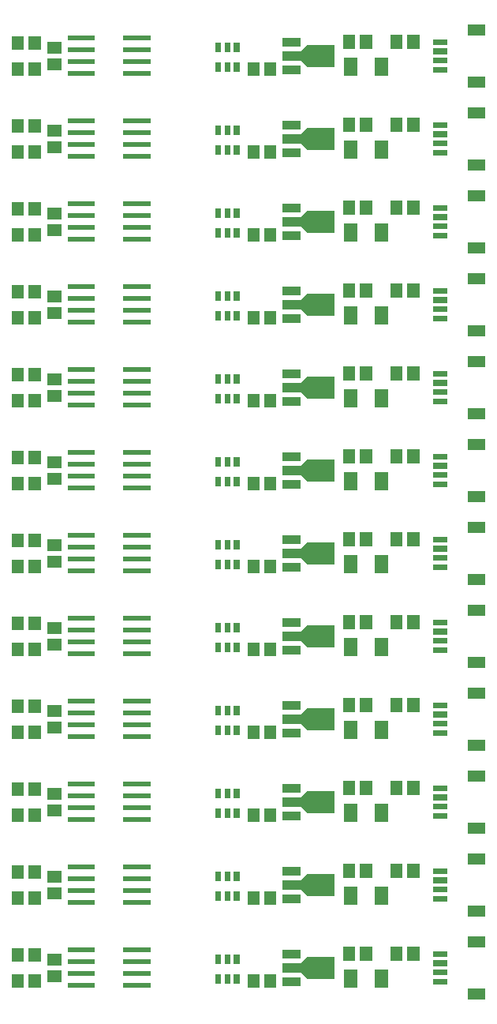
<source format=gbr>
G04 start of page 11 for group -4015 idx -4015 *
G04 Title: (unknown), toppaste *
G04 Creator: pcb 4.0.2 *
G04 CreationDate: Mon Jul 24 21:31:33 2023 UTC *
G04 For: railfan *
G04 Format: Gerber/RS-274X *
G04 PCB-Dimensions (mil): 3000.00 5500.00 *
G04 PCB-Coordinate-Origin: lower left *
%MOIN*%
%FSLAX25Y25*%
%LNTOPPASTE*%
%ADD53C,0.0001*%
G54D53*G36*
X228750Y466750D02*X223250D01*
Y459250D01*
X228750D01*
Y466750D01*
G37*
G36*
X215750D02*X210250D01*
Y459250D01*
X215750D01*
Y466750D01*
G37*
G36*
X85048Y466516D02*Y461398D01*
X90952D01*
Y466516D01*
X85048D01*
G37*
G36*
Y473602D02*Y468484D01*
X90952D01*
Y473602D01*
X85048D01*
G37*
G36*
X75016Y464952D02*X69898D01*
Y459048D01*
X75016D01*
Y464952D01*
G37*
G36*
X82102D02*X76984D01*
Y459048D01*
X82102D01*
Y464952D01*
G37*
G36*
X75016Y475952D02*X69898D01*
Y470048D01*
X75016D01*
Y475952D01*
G37*
G36*
X82102D02*X76984D01*
Y470048D01*
X82102D01*
Y475952D01*
G37*
G36*
X166100Y473000D02*X163700D01*
Y469000D01*
X166100D01*
Y473000D01*
G37*
G36*
X162200D02*X159800D01*
Y469000D01*
X162200D01*
Y473000D01*
G37*
G36*
X158300D02*X155900D01*
Y469000D01*
X158300D01*
Y473000D01*
G37*
G36*
Y464800D02*X155900D01*
Y460800D01*
X158300D01*
Y464800D01*
G37*
G36*
X162200D02*X159800D01*
Y460800D01*
X162200D01*
Y464800D01*
G37*
G36*
X166100D02*X163700D01*
Y460800D01*
X166100D01*
Y464800D01*
G37*
G36*
X184126Y475296D02*Y471516D01*
X192000D01*
Y475296D01*
X184126D01*
G37*
G36*
Y469390D02*Y465610D01*
X199716D01*
Y469390D01*
X184126D01*
G37*
G36*
X194835Y472225D02*Y462775D01*
X206175D01*
Y472225D01*
X194835D01*
G37*
G36*
X196255Y470805D02*X194835Y472225D01*
X191995Y469385D01*
X193415Y467965D01*
X196255Y470805D01*
G37*
G36*
X193415Y467035D02*X191995Y465615D01*
X194835Y462775D01*
X196255Y464195D01*
X193415Y467035D01*
G37*
G36*
X184126Y463484D02*Y459704D01*
X192000D01*
Y463484D01*
X184126D01*
G37*
G36*
X181602Y464952D02*X176484D01*
Y459048D01*
X181602D01*
Y464952D01*
G37*
G36*
X174516D02*X169398D01*
Y459048D01*
X174516D01*
Y464952D01*
G37*
G36*
X215016Y476452D02*X209898D01*
Y470548D01*
X215016D01*
Y476452D01*
G37*
G36*
X222102D02*X216984D01*
Y470548D01*
X222102D01*
Y476452D01*
G37*
G36*
X235016D02*X229898D01*
Y470548D01*
X235016D01*
Y476452D01*
G37*
G36*
X242102D02*X236984D01*
Y470548D01*
X242102D01*
Y476452D01*
G37*
G36*
X96500Y476000D02*Y474000D01*
X105000D01*
Y476000D01*
X96500D01*
G37*
G36*
Y471000D02*Y469000D01*
X105000D01*
Y471000D01*
X96500D01*
G37*
G36*
Y466000D02*Y464000D01*
X105000D01*
Y466000D01*
X96500D01*
G37*
G36*
Y461000D02*Y459000D01*
X105000D01*
Y461000D01*
X96500D01*
G37*
G36*
X117000D02*Y459000D01*
X125500D01*
Y461000D01*
X117000D01*
G37*
G36*
Y466000D02*Y464000D01*
X125500D01*
Y466000D01*
X117000D01*
G37*
G36*
Y471000D02*Y469000D01*
X125500D01*
Y471000D01*
X117000D01*
G37*
G36*
Y476000D02*Y474000D01*
X125500D01*
Y476000D01*
X117000D01*
G37*
G36*
X93500D02*Y474000D01*
X102000D01*
Y476000D01*
X93500D01*
G37*
G36*
Y471000D02*Y469000D01*
X102000D01*
Y471000D01*
X93500D01*
G37*
G36*
Y466000D02*Y464000D01*
X102000D01*
Y466000D01*
X93500D01*
G37*
G36*
Y461000D02*Y459000D01*
X102000D01*
Y461000D01*
X93500D01*
G37*
G36*
X120000D02*Y459000D01*
X128500D01*
Y461000D01*
X120000D01*
G37*
G36*
Y466000D02*Y464000D01*
X128500D01*
Y466000D01*
X120000D01*
G37*
G36*
Y471000D02*Y469000D01*
X128500D01*
Y471000D01*
X120000D01*
G37*
G36*
Y476000D02*Y474000D01*
X128500D01*
Y476000D01*
X120000D01*
G37*
G36*
X228750Y431750D02*X223250D01*
Y424250D01*
X228750D01*
Y431750D01*
G37*
G36*
X215750D02*X210250D01*
Y424250D01*
X215750D01*
Y431750D01*
G37*
G36*
X85048Y431516D02*Y426398D01*
X90952D01*
Y431516D01*
X85048D01*
G37*
G36*
Y438602D02*Y433484D01*
X90952D01*
Y438602D01*
X85048D01*
G37*
G36*
X75016Y429952D02*X69898D01*
Y424048D01*
X75016D01*
Y429952D01*
G37*
G36*
X82102D02*X76984D01*
Y424048D01*
X82102D01*
Y429952D01*
G37*
G36*
X75016Y440952D02*X69898D01*
Y435048D01*
X75016D01*
Y440952D01*
G37*
G36*
X82102D02*X76984D01*
Y435048D01*
X82102D01*
Y440952D01*
G37*
G36*
X166100Y438000D02*X163700D01*
Y434000D01*
X166100D01*
Y438000D01*
G37*
G36*
X162200D02*X159800D01*
Y434000D01*
X162200D01*
Y438000D01*
G37*
G36*
X158300D02*X155900D01*
Y434000D01*
X158300D01*
Y438000D01*
G37*
G36*
Y429800D02*X155900D01*
Y425800D01*
X158300D01*
Y429800D01*
G37*
G36*
X162200D02*X159800D01*
Y425800D01*
X162200D01*
Y429800D01*
G37*
G36*
X166100D02*X163700D01*
Y425800D01*
X166100D01*
Y429800D01*
G37*
G36*
X184126Y440296D02*Y436516D01*
X192000D01*
Y440296D01*
X184126D01*
G37*
G36*
Y434390D02*Y430610D01*
X199716D01*
Y434390D01*
X184126D01*
G37*
G36*
X194835Y437225D02*Y427775D01*
X206175D01*
Y437225D01*
X194835D01*
G37*
G36*
X196255Y435805D02*X194835Y437225D01*
X191995Y434385D01*
X193415Y432965D01*
X196255Y435805D01*
G37*
G36*
X193415Y432035D02*X191995Y430615D01*
X194835Y427775D01*
X196255Y429195D01*
X193415Y432035D01*
G37*
G36*
X184126Y428484D02*Y424704D01*
X192000D01*
Y428484D01*
X184126D01*
G37*
G36*
X181602Y429952D02*X176484D01*
Y424048D01*
X181602D01*
Y429952D01*
G37*
G36*
X174516D02*X169398D01*
Y424048D01*
X174516D01*
Y429952D01*
G37*
G36*
X215016Y441452D02*X209898D01*
Y435548D01*
X215016D01*
Y441452D01*
G37*
G36*
X222102D02*X216984D01*
Y435548D01*
X222102D01*
Y441452D01*
G37*
G36*
X235016D02*X229898D01*
Y435548D01*
X235016D01*
Y441452D01*
G37*
G36*
X242102D02*X236984D01*
Y435548D01*
X242102D01*
Y441452D01*
G37*
G36*
X96500Y441000D02*Y439000D01*
X105000D01*
Y441000D01*
X96500D01*
G37*
G36*
Y436000D02*Y434000D01*
X105000D01*
Y436000D01*
X96500D01*
G37*
G36*
Y431000D02*Y429000D01*
X105000D01*
Y431000D01*
X96500D01*
G37*
G36*
Y426000D02*Y424000D01*
X105000D01*
Y426000D01*
X96500D01*
G37*
G36*
X117000D02*Y424000D01*
X125500D01*
Y426000D01*
X117000D01*
G37*
G36*
Y431000D02*Y429000D01*
X125500D01*
Y431000D01*
X117000D01*
G37*
G36*
Y436000D02*Y434000D01*
X125500D01*
Y436000D01*
X117000D01*
G37*
G36*
Y441000D02*Y439000D01*
X125500D01*
Y441000D01*
X117000D01*
G37*
G36*
X93500D02*Y439000D01*
X102000D01*
Y441000D01*
X93500D01*
G37*
G36*
Y436000D02*Y434000D01*
X102000D01*
Y436000D01*
X93500D01*
G37*
G36*
Y431000D02*Y429000D01*
X102000D01*
Y431000D01*
X93500D01*
G37*
G36*
Y426000D02*Y424000D01*
X102000D01*
Y426000D01*
X93500D01*
G37*
G36*
X120000D02*Y424000D01*
X128500D01*
Y426000D01*
X120000D01*
G37*
G36*
Y431000D02*Y429000D01*
X128500D01*
Y431000D01*
X120000D01*
G37*
G36*
Y436000D02*Y434000D01*
X128500D01*
Y436000D01*
X120000D01*
G37*
G36*
Y441000D02*Y439000D01*
X128500D01*
Y441000D01*
X120000D01*
G37*
G36*
X228750Y396750D02*X223250D01*
Y389250D01*
X228750D01*
Y396750D01*
G37*
G36*
X215750D02*X210250D01*
Y389250D01*
X215750D01*
Y396750D01*
G37*
G36*
X85048Y396516D02*Y391398D01*
X90952D01*
Y396516D01*
X85048D01*
G37*
G36*
Y403602D02*Y398484D01*
X90952D01*
Y403602D01*
X85048D01*
G37*
G36*
X75016Y394952D02*X69898D01*
Y389048D01*
X75016D01*
Y394952D01*
G37*
G36*
X82102D02*X76984D01*
Y389048D01*
X82102D01*
Y394952D01*
G37*
G36*
X75016Y405952D02*X69898D01*
Y400048D01*
X75016D01*
Y405952D01*
G37*
G36*
X82102D02*X76984D01*
Y400048D01*
X82102D01*
Y405952D01*
G37*
G36*
X166100Y403000D02*X163700D01*
Y399000D01*
X166100D01*
Y403000D01*
G37*
G36*
X162200D02*X159800D01*
Y399000D01*
X162200D01*
Y403000D01*
G37*
G36*
X158300D02*X155900D01*
Y399000D01*
X158300D01*
Y403000D01*
G37*
G36*
Y394800D02*X155900D01*
Y390800D01*
X158300D01*
Y394800D01*
G37*
G36*
X162200D02*X159800D01*
Y390800D01*
X162200D01*
Y394800D01*
G37*
G36*
X166100D02*X163700D01*
Y390800D01*
X166100D01*
Y394800D01*
G37*
G36*
X184126Y405296D02*Y401516D01*
X192000D01*
Y405296D01*
X184126D01*
G37*
G36*
Y399390D02*Y395610D01*
X199716D01*
Y399390D01*
X184126D01*
G37*
G36*
X194835Y402225D02*Y392775D01*
X206175D01*
Y402225D01*
X194835D01*
G37*
G36*
X196255Y400805D02*X194835Y402225D01*
X191995Y399385D01*
X193415Y397965D01*
X196255Y400805D01*
G37*
G36*
X193415Y397035D02*X191995Y395615D01*
X194835Y392775D01*
X196255Y394195D01*
X193415Y397035D01*
G37*
G36*
X184126Y393484D02*Y389704D01*
X192000D01*
Y393484D01*
X184126D01*
G37*
G36*
X181602Y394952D02*X176484D01*
Y389048D01*
X181602D01*
Y394952D01*
G37*
G36*
X174516D02*X169398D01*
Y389048D01*
X174516D01*
Y394952D01*
G37*
G36*
X215016Y406452D02*X209898D01*
Y400548D01*
X215016D01*
Y406452D01*
G37*
G36*
X222102D02*X216984D01*
Y400548D01*
X222102D01*
Y406452D01*
G37*
G36*
X235016D02*X229898D01*
Y400548D01*
X235016D01*
Y406452D01*
G37*
G36*
X242102D02*X236984D01*
Y400548D01*
X242102D01*
Y406452D01*
G37*
G36*
X96500Y406000D02*Y404000D01*
X105000D01*
Y406000D01*
X96500D01*
G37*
G36*
Y401000D02*Y399000D01*
X105000D01*
Y401000D01*
X96500D01*
G37*
G36*
Y396000D02*Y394000D01*
X105000D01*
Y396000D01*
X96500D01*
G37*
G36*
Y391000D02*Y389000D01*
X105000D01*
Y391000D01*
X96500D01*
G37*
G36*
X117000D02*Y389000D01*
X125500D01*
Y391000D01*
X117000D01*
G37*
G36*
Y396000D02*Y394000D01*
X125500D01*
Y396000D01*
X117000D01*
G37*
G36*
Y401000D02*Y399000D01*
X125500D01*
Y401000D01*
X117000D01*
G37*
G36*
Y406000D02*Y404000D01*
X125500D01*
Y406000D01*
X117000D01*
G37*
G36*
X93500D02*Y404000D01*
X102000D01*
Y406000D01*
X93500D01*
G37*
G36*
Y401000D02*Y399000D01*
X102000D01*
Y401000D01*
X93500D01*
G37*
G36*
Y396000D02*Y394000D01*
X102000D01*
Y396000D01*
X93500D01*
G37*
G36*
Y391000D02*Y389000D01*
X102000D01*
Y391000D01*
X93500D01*
G37*
G36*
X120000D02*Y389000D01*
X128500D01*
Y391000D01*
X120000D01*
G37*
G36*
Y396000D02*Y394000D01*
X128500D01*
Y396000D01*
X120000D01*
G37*
G36*
Y401000D02*Y399000D01*
X128500D01*
Y401000D01*
X120000D01*
G37*
G36*
Y406000D02*Y404000D01*
X128500D01*
Y406000D01*
X120000D01*
G37*
G36*
X228750Y361750D02*X223250D01*
Y354250D01*
X228750D01*
Y361750D01*
G37*
G36*
X215750D02*X210250D01*
Y354250D01*
X215750D01*
Y361750D01*
G37*
G36*
X85048Y361516D02*Y356398D01*
X90952D01*
Y361516D01*
X85048D01*
G37*
G36*
Y368602D02*Y363484D01*
X90952D01*
Y368602D01*
X85048D01*
G37*
G36*
X75016Y359952D02*X69898D01*
Y354048D01*
X75016D01*
Y359952D01*
G37*
G36*
X82102D02*X76984D01*
Y354048D01*
X82102D01*
Y359952D01*
G37*
G36*
X75016Y370952D02*X69898D01*
Y365048D01*
X75016D01*
Y370952D01*
G37*
G36*
X82102D02*X76984D01*
Y365048D01*
X82102D01*
Y370952D01*
G37*
G36*
X166100Y368000D02*X163700D01*
Y364000D01*
X166100D01*
Y368000D01*
G37*
G36*
X162200D02*X159800D01*
Y364000D01*
X162200D01*
Y368000D01*
G37*
G36*
X158300D02*X155900D01*
Y364000D01*
X158300D01*
Y368000D01*
G37*
G36*
Y359800D02*X155900D01*
Y355800D01*
X158300D01*
Y359800D01*
G37*
G36*
X162200D02*X159800D01*
Y355800D01*
X162200D01*
Y359800D01*
G37*
G36*
X166100D02*X163700D01*
Y355800D01*
X166100D01*
Y359800D01*
G37*
G36*
X184126Y370296D02*Y366516D01*
X192000D01*
Y370296D01*
X184126D01*
G37*
G36*
Y364390D02*Y360610D01*
X199716D01*
Y364390D01*
X184126D01*
G37*
G36*
X194835Y367225D02*Y357775D01*
X206175D01*
Y367225D01*
X194835D01*
G37*
G36*
X196255Y365805D02*X194835Y367225D01*
X191995Y364385D01*
X193415Y362965D01*
X196255Y365805D01*
G37*
G36*
X193415Y362035D02*X191995Y360615D01*
X194835Y357775D01*
X196255Y359195D01*
X193415Y362035D01*
G37*
G36*
X184126Y358484D02*Y354704D01*
X192000D01*
Y358484D01*
X184126D01*
G37*
G36*
X181602Y359952D02*X176484D01*
Y354048D01*
X181602D01*
Y359952D01*
G37*
G36*
X174516D02*X169398D01*
Y354048D01*
X174516D01*
Y359952D01*
G37*
G36*
X215016Y371452D02*X209898D01*
Y365548D01*
X215016D01*
Y371452D01*
G37*
G36*
X222102D02*X216984D01*
Y365548D01*
X222102D01*
Y371452D01*
G37*
G36*
X235016D02*X229898D01*
Y365548D01*
X235016D01*
Y371452D01*
G37*
G36*
X242102D02*X236984D01*
Y365548D01*
X242102D01*
Y371452D01*
G37*
G36*
X96500Y371000D02*Y369000D01*
X105000D01*
Y371000D01*
X96500D01*
G37*
G36*
Y366000D02*Y364000D01*
X105000D01*
Y366000D01*
X96500D01*
G37*
G36*
Y361000D02*Y359000D01*
X105000D01*
Y361000D01*
X96500D01*
G37*
G36*
Y356000D02*Y354000D01*
X105000D01*
Y356000D01*
X96500D01*
G37*
G36*
X117000D02*Y354000D01*
X125500D01*
Y356000D01*
X117000D01*
G37*
G36*
Y361000D02*Y359000D01*
X125500D01*
Y361000D01*
X117000D01*
G37*
G36*
Y366000D02*Y364000D01*
X125500D01*
Y366000D01*
X117000D01*
G37*
G36*
Y371000D02*Y369000D01*
X125500D01*
Y371000D01*
X117000D01*
G37*
G36*
X93500D02*Y369000D01*
X102000D01*
Y371000D01*
X93500D01*
G37*
G36*
Y366000D02*Y364000D01*
X102000D01*
Y366000D01*
X93500D01*
G37*
G36*
Y361000D02*Y359000D01*
X102000D01*
Y361000D01*
X93500D01*
G37*
G36*
Y356000D02*Y354000D01*
X102000D01*
Y356000D01*
X93500D01*
G37*
G36*
X120000D02*Y354000D01*
X128500D01*
Y356000D01*
X120000D01*
G37*
G36*
Y361000D02*Y359000D01*
X128500D01*
Y361000D01*
X120000D01*
G37*
G36*
Y366000D02*Y364000D01*
X128500D01*
Y366000D01*
X120000D01*
G37*
G36*
Y371000D02*Y369000D01*
X128500D01*
Y371000D01*
X120000D01*
G37*
G36*
X228750Y326750D02*X223250D01*
Y319250D01*
X228750D01*
Y326750D01*
G37*
G36*
X215750D02*X210250D01*
Y319250D01*
X215750D01*
Y326750D01*
G37*
G36*
X85048Y326516D02*Y321398D01*
X90952D01*
Y326516D01*
X85048D01*
G37*
G36*
Y333602D02*Y328484D01*
X90952D01*
Y333602D01*
X85048D01*
G37*
G36*
X75016Y324952D02*X69898D01*
Y319048D01*
X75016D01*
Y324952D01*
G37*
G36*
X82102D02*X76984D01*
Y319048D01*
X82102D01*
Y324952D01*
G37*
G36*
X75016Y335952D02*X69898D01*
Y330048D01*
X75016D01*
Y335952D01*
G37*
G36*
X82102D02*X76984D01*
Y330048D01*
X82102D01*
Y335952D01*
G37*
G36*
X166100Y333000D02*X163700D01*
Y329000D01*
X166100D01*
Y333000D01*
G37*
G36*
X162200D02*X159800D01*
Y329000D01*
X162200D01*
Y333000D01*
G37*
G36*
X158300D02*X155900D01*
Y329000D01*
X158300D01*
Y333000D01*
G37*
G36*
Y324800D02*X155900D01*
Y320800D01*
X158300D01*
Y324800D01*
G37*
G36*
X162200D02*X159800D01*
Y320800D01*
X162200D01*
Y324800D01*
G37*
G36*
X166100D02*X163700D01*
Y320800D01*
X166100D01*
Y324800D01*
G37*
G36*
X184126Y335296D02*Y331516D01*
X192000D01*
Y335296D01*
X184126D01*
G37*
G36*
Y329390D02*Y325610D01*
X199716D01*
Y329390D01*
X184126D01*
G37*
G36*
X194835Y332225D02*Y322775D01*
X206175D01*
Y332225D01*
X194835D01*
G37*
G36*
X196255Y330805D02*X194835Y332225D01*
X191995Y329385D01*
X193415Y327965D01*
X196255Y330805D01*
G37*
G36*
X193415Y327035D02*X191995Y325615D01*
X194835Y322775D01*
X196255Y324195D01*
X193415Y327035D01*
G37*
G36*
X184126Y323484D02*Y319704D01*
X192000D01*
Y323484D01*
X184126D01*
G37*
G36*
X181602Y324952D02*X176484D01*
Y319048D01*
X181602D01*
Y324952D01*
G37*
G36*
X174516D02*X169398D01*
Y319048D01*
X174516D01*
Y324952D01*
G37*
G36*
X215016Y336452D02*X209898D01*
Y330548D01*
X215016D01*
Y336452D01*
G37*
G36*
X222102D02*X216984D01*
Y330548D01*
X222102D01*
Y336452D01*
G37*
G36*
X235016D02*X229898D01*
Y330548D01*
X235016D01*
Y336452D01*
G37*
G36*
X242102D02*X236984D01*
Y330548D01*
X242102D01*
Y336452D01*
G37*
G36*
X96500Y336000D02*Y334000D01*
X105000D01*
Y336000D01*
X96500D01*
G37*
G36*
Y331000D02*Y329000D01*
X105000D01*
Y331000D01*
X96500D01*
G37*
G36*
Y326000D02*Y324000D01*
X105000D01*
Y326000D01*
X96500D01*
G37*
G36*
Y321000D02*Y319000D01*
X105000D01*
Y321000D01*
X96500D01*
G37*
G36*
X117000D02*Y319000D01*
X125500D01*
Y321000D01*
X117000D01*
G37*
G36*
Y326000D02*Y324000D01*
X125500D01*
Y326000D01*
X117000D01*
G37*
G36*
Y331000D02*Y329000D01*
X125500D01*
Y331000D01*
X117000D01*
G37*
G36*
Y336000D02*Y334000D01*
X125500D01*
Y336000D01*
X117000D01*
G37*
G36*
X93500D02*Y334000D01*
X102000D01*
Y336000D01*
X93500D01*
G37*
G36*
Y331000D02*Y329000D01*
X102000D01*
Y331000D01*
X93500D01*
G37*
G36*
Y326000D02*Y324000D01*
X102000D01*
Y326000D01*
X93500D01*
G37*
G36*
Y321000D02*Y319000D01*
X102000D01*
Y321000D01*
X93500D01*
G37*
G36*
X120000D02*Y319000D01*
X128500D01*
Y321000D01*
X120000D01*
G37*
G36*
Y326000D02*Y324000D01*
X128500D01*
Y326000D01*
X120000D01*
G37*
G36*
Y331000D02*Y329000D01*
X128500D01*
Y331000D01*
X120000D01*
G37*
G36*
Y336000D02*Y334000D01*
X128500D01*
Y336000D01*
X120000D01*
G37*
G36*
X228750Y291750D02*X223250D01*
Y284250D01*
X228750D01*
Y291750D01*
G37*
G36*
X215750D02*X210250D01*
Y284250D01*
X215750D01*
Y291750D01*
G37*
G36*
X85048Y291516D02*Y286398D01*
X90952D01*
Y291516D01*
X85048D01*
G37*
G36*
Y298602D02*Y293484D01*
X90952D01*
Y298602D01*
X85048D01*
G37*
G36*
X75016Y289952D02*X69898D01*
Y284048D01*
X75016D01*
Y289952D01*
G37*
G36*
X82102D02*X76984D01*
Y284048D01*
X82102D01*
Y289952D01*
G37*
G36*
X75016Y300952D02*X69898D01*
Y295048D01*
X75016D01*
Y300952D01*
G37*
G36*
X82102D02*X76984D01*
Y295048D01*
X82102D01*
Y300952D01*
G37*
G36*
X166100Y298000D02*X163700D01*
Y294000D01*
X166100D01*
Y298000D01*
G37*
G36*
X162200D02*X159800D01*
Y294000D01*
X162200D01*
Y298000D01*
G37*
G36*
X158300D02*X155900D01*
Y294000D01*
X158300D01*
Y298000D01*
G37*
G36*
Y289800D02*X155900D01*
Y285800D01*
X158300D01*
Y289800D01*
G37*
G36*
X162200D02*X159800D01*
Y285800D01*
X162200D01*
Y289800D01*
G37*
G36*
X166100D02*X163700D01*
Y285800D01*
X166100D01*
Y289800D01*
G37*
G36*
X184126Y300296D02*Y296516D01*
X192000D01*
Y300296D01*
X184126D01*
G37*
G36*
Y294390D02*Y290610D01*
X199716D01*
Y294390D01*
X184126D01*
G37*
G36*
X194835Y297225D02*Y287775D01*
X206175D01*
Y297225D01*
X194835D01*
G37*
G36*
X196255Y295805D02*X194835Y297225D01*
X191995Y294385D01*
X193415Y292965D01*
X196255Y295805D01*
G37*
G36*
X193415Y292035D02*X191995Y290615D01*
X194835Y287775D01*
X196255Y289195D01*
X193415Y292035D01*
G37*
G36*
X184126Y288484D02*Y284704D01*
X192000D01*
Y288484D01*
X184126D01*
G37*
G36*
X181602Y289952D02*X176484D01*
Y284048D01*
X181602D01*
Y289952D01*
G37*
G36*
X174516D02*X169398D01*
Y284048D01*
X174516D01*
Y289952D01*
G37*
G36*
X215016Y301452D02*X209898D01*
Y295548D01*
X215016D01*
Y301452D01*
G37*
G36*
X222102D02*X216984D01*
Y295548D01*
X222102D01*
Y301452D01*
G37*
G36*
X235016D02*X229898D01*
Y295548D01*
X235016D01*
Y301452D01*
G37*
G36*
X242102D02*X236984D01*
Y295548D01*
X242102D01*
Y301452D01*
G37*
G36*
X96500Y301000D02*Y299000D01*
X105000D01*
Y301000D01*
X96500D01*
G37*
G36*
Y296000D02*Y294000D01*
X105000D01*
Y296000D01*
X96500D01*
G37*
G36*
Y291000D02*Y289000D01*
X105000D01*
Y291000D01*
X96500D01*
G37*
G36*
Y286000D02*Y284000D01*
X105000D01*
Y286000D01*
X96500D01*
G37*
G36*
X117000D02*Y284000D01*
X125500D01*
Y286000D01*
X117000D01*
G37*
G36*
Y291000D02*Y289000D01*
X125500D01*
Y291000D01*
X117000D01*
G37*
G36*
Y296000D02*Y294000D01*
X125500D01*
Y296000D01*
X117000D01*
G37*
G36*
Y301000D02*Y299000D01*
X125500D01*
Y301000D01*
X117000D01*
G37*
G36*
X93500D02*Y299000D01*
X102000D01*
Y301000D01*
X93500D01*
G37*
G36*
Y296000D02*Y294000D01*
X102000D01*
Y296000D01*
X93500D01*
G37*
G36*
Y291000D02*Y289000D01*
X102000D01*
Y291000D01*
X93500D01*
G37*
G36*
Y286000D02*Y284000D01*
X102000D01*
Y286000D01*
X93500D01*
G37*
G36*
X120000D02*Y284000D01*
X128500D01*
Y286000D01*
X120000D01*
G37*
G36*
Y291000D02*Y289000D01*
X128500D01*
Y291000D01*
X120000D01*
G37*
G36*
Y296000D02*Y294000D01*
X128500D01*
Y296000D01*
X120000D01*
G37*
G36*
Y301000D02*Y299000D01*
X128500D01*
Y301000D01*
X120000D01*
G37*
G36*
X228750Y256750D02*X223250D01*
Y249250D01*
X228750D01*
Y256750D01*
G37*
G36*
X215750D02*X210250D01*
Y249250D01*
X215750D01*
Y256750D01*
G37*
G36*
X85048Y256516D02*Y251398D01*
X90952D01*
Y256516D01*
X85048D01*
G37*
G36*
Y263602D02*Y258484D01*
X90952D01*
Y263602D01*
X85048D01*
G37*
G36*
X75016Y254952D02*X69898D01*
Y249048D01*
X75016D01*
Y254952D01*
G37*
G36*
X82102D02*X76984D01*
Y249048D01*
X82102D01*
Y254952D01*
G37*
G36*
X75016Y265952D02*X69898D01*
Y260048D01*
X75016D01*
Y265952D01*
G37*
G36*
X82102D02*X76984D01*
Y260048D01*
X82102D01*
Y265952D01*
G37*
G36*
X166100Y263000D02*X163700D01*
Y259000D01*
X166100D01*
Y263000D01*
G37*
G36*
X162200D02*X159800D01*
Y259000D01*
X162200D01*
Y263000D01*
G37*
G36*
X158300D02*X155900D01*
Y259000D01*
X158300D01*
Y263000D01*
G37*
G36*
Y254800D02*X155900D01*
Y250800D01*
X158300D01*
Y254800D01*
G37*
G36*
X162200D02*X159800D01*
Y250800D01*
X162200D01*
Y254800D01*
G37*
G36*
X166100D02*X163700D01*
Y250800D01*
X166100D01*
Y254800D01*
G37*
G36*
X184126Y265296D02*Y261516D01*
X192000D01*
Y265296D01*
X184126D01*
G37*
G36*
Y259390D02*Y255610D01*
X199716D01*
Y259390D01*
X184126D01*
G37*
G36*
X194835Y262225D02*Y252775D01*
X206175D01*
Y262225D01*
X194835D01*
G37*
G36*
X196255Y260805D02*X194835Y262225D01*
X191995Y259385D01*
X193415Y257965D01*
X196255Y260805D01*
G37*
G36*
X193415Y257035D02*X191995Y255615D01*
X194835Y252775D01*
X196255Y254195D01*
X193415Y257035D01*
G37*
G36*
X184126Y253484D02*Y249704D01*
X192000D01*
Y253484D01*
X184126D01*
G37*
G36*
X181602Y254952D02*X176484D01*
Y249048D01*
X181602D01*
Y254952D01*
G37*
G36*
X174516D02*X169398D01*
Y249048D01*
X174516D01*
Y254952D01*
G37*
G36*
X215016Y266452D02*X209898D01*
Y260548D01*
X215016D01*
Y266452D01*
G37*
G36*
X222102D02*X216984D01*
Y260548D01*
X222102D01*
Y266452D01*
G37*
G36*
X235016D02*X229898D01*
Y260548D01*
X235016D01*
Y266452D01*
G37*
G36*
X242102D02*X236984D01*
Y260548D01*
X242102D01*
Y266452D01*
G37*
G36*
X96500Y266000D02*Y264000D01*
X105000D01*
Y266000D01*
X96500D01*
G37*
G36*
Y261000D02*Y259000D01*
X105000D01*
Y261000D01*
X96500D01*
G37*
G36*
Y256000D02*Y254000D01*
X105000D01*
Y256000D01*
X96500D01*
G37*
G36*
Y251000D02*Y249000D01*
X105000D01*
Y251000D01*
X96500D01*
G37*
G36*
X117000D02*Y249000D01*
X125500D01*
Y251000D01*
X117000D01*
G37*
G36*
Y256000D02*Y254000D01*
X125500D01*
Y256000D01*
X117000D01*
G37*
G36*
Y261000D02*Y259000D01*
X125500D01*
Y261000D01*
X117000D01*
G37*
G36*
Y266000D02*Y264000D01*
X125500D01*
Y266000D01*
X117000D01*
G37*
G36*
X93500D02*Y264000D01*
X102000D01*
Y266000D01*
X93500D01*
G37*
G36*
Y261000D02*Y259000D01*
X102000D01*
Y261000D01*
X93500D01*
G37*
G36*
Y256000D02*Y254000D01*
X102000D01*
Y256000D01*
X93500D01*
G37*
G36*
Y251000D02*Y249000D01*
X102000D01*
Y251000D01*
X93500D01*
G37*
G36*
X120000D02*Y249000D01*
X128500D01*
Y251000D01*
X120000D01*
G37*
G36*
Y256000D02*Y254000D01*
X128500D01*
Y256000D01*
X120000D01*
G37*
G36*
Y261000D02*Y259000D01*
X128500D01*
Y261000D01*
X120000D01*
G37*
G36*
Y266000D02*Y264000D01*
X128500D01*
Y266000D01*
X120000D01*
G37*
G36*
X228750Y221750D02*X223250D01*
Y214250D01*
X228750D01*
Y221750D01*
G37*
G36*
X215750D02*X210250D01*
Y214250D01*
X215750D01*
Y221750D01*
G37*
G36*
X85048Y221516D02*Y216398D01*
X90952D01*
Y221516D01*
X85048D01*
G37*
G36*
Y228602D02*Y223484D01*
X90952D01*
Y228602D01*
X85048D01*
G37*
G36*
X75016Y219952D02*X69898D01*
Y214048D01*
X75016D01*
Y219952D01*
G37*
G36*
X82102D02*X76984D01*
Y214048D01*
X82102D01*
Y219952D01*
G37*
G36*
X75016Y230952D02*X69898D01*
Y225048D01*
X75016D01*
Y230952D01*
G37*
G36*
X82102D02*X76984D01*
Y225048D01*
X82102D01*
Y230952D01*
G37*
G36*
X166100Y228000D02*X163700D01*
Y224000D01*
X166100D01*
Y228000D01*
G37*
G36*
X162200D02*X159800D01*
Y224000D01*
X162200D01*
Y228000D01*
G37*
G36*
X158300D02*X155900D01*
Y224000D01*
X158300D01*
Y228000D01*
G37*
G36*
Y219800D02*X155900D01*
Y215800D01*
X158300D01*
Y219800D01*
G37*
G36*
X162200D02*X159800D01*
Y215800D01*
X162200D01*
Y219800D01*
G37*
G36*
X166100D02*X163700D01*
Y215800D01*
X166100D01*
Y219800D01*
G37*
G36*
X184126Y230296D02*Y226516D01*
X192000D01*
Y230296D01*
X184126D01*
G37*
G36*
Y224390D02*Y220610D01*
X199716D01*
Y224390D01*
X184126D01*
G37*
G36*
X194835Y227225D02*Y217775D01*
X206175D01*
Y227225D01*
X194835D01*
G37*
G36*
X196255Y225805D02*X194835Y227225D01*
X191995Y224385D01*
X193415Y222965D01*
X196255Y225805D01*
G37*
G36*
X193415Y222035D02*X191995Y220615D01*
X194835Y217775D01*
X196255Y219195D01*
X193415Y222035D01*
G37*
G36*
X184126Y218484D02*Y214704D01*
X192000D01*
Y218484D01*
X184126D01*
G37*
G36*
X181602Y219952D02*X176484D01*
Y214048D01*
X181602D01*
Y219952D01*
G37*
G36*
X174516D02*X169398D01*
Y214048D01*
X174516D01*
Y219952D01*
G37*
G36*
X215016Y231452D02*X209898D01*
Y225548D01*
X215016D01*
Y231452D01*
G37*
G36*
X222102D02*X216984D01*
Y225548D01*
X222102D01*
Y231452D01*
G37*
G36*
X235016D02*X229898D01*
Y225548D01*
X235016D01*
Y231452D01*
G37*
G36*
X242102D02*X236984D01*
Y225548D01*
X242102D01*
Y231452D01*
G37*
G36*
X96500Y231000D02*Y229000D01*
X105000D01*
Y231000D01*
X96500D01*
G37*
G36*
Y226000D02*Y224000D01*
X105000D01*
Y226000D01*
X96500D01*
G37*
G36*
Y221000D02*Y219000D01*
X105000D01*
Y221000D01*
X96500D01*
G37*
G36*
Y216000D02*Y214000D01*
X105000D01*
Y216000D01*
X96500D01*
G37*
G36*
X117000D02*Y214000D01*
X125500D01*
Y216000D01*
X117000D01*
G37*
G36*
Y221000D02*Y219000D01*
X125500D01*
Y221000D01*
X117000D01*
G37*
G36*
Y226000D02*Y224000D01*
X125500D01*
Y226000D01*
X117000D01*
G37*
G36*
Y231000D02*Y229000D01*
X125500D01*
Y231000D01*
X117000D01*
G37*
G36*
X93500D02*Y229000D01*
X102000D01*
Y231000D01*
X93500D01*
G37*
G36*
Y226000D02*Y224000D01*
X102000D01*
Y226000D01*
X93500D01*
G37*
G36*
Y221000D02*Y219000D01*
X102000D01*
Y221000D01*
X93500D01*
G37*
G36*
Y216000D02*Y214000D01*
X102000D01*
Y216000D01*
X93500D01*
G37*
G36*
X120000D02*Y214000D01*
X128500D01*
Y216000D01*
X120000D01*
G37*
G36*
Y221000D02*Y219000D01*
X128500D01*
Y221000D01*
X120000D01*
G37*
G36*
Y226000D02*Y224000D01*
X128500D01*
Y226000D01*
X120000D01*
G37*
G36*
Y231000D02*Y229000D01*
X128500D01*
Y231000D01*
X120000D01*
G37*
G36*
X228750Y186750D02*X223250D01*
Y179250D01*
X228750D01*
Y186750D01*
G37*
G36*
X215750D02*X210250D01*
Y179250D01*
X215750D01*
Y186750D01*
G37*
G36*
X85048Y186516D02*Y181398D01*
X90952D01*
Y186516D01*
X85048D01*
G37*
G36*
Y193602D02*Y188484D01*
X90952D01*
Y193602D01*
X85048D01*
G37*
G36*
X75016Y184952D02*X69898D01*
Y179048D01*
X75016D01*
Y184952D01*
G37*
G36*
X82102D02*X76984D01*
Y179048D01*
X82102D01*
Y184952D01*
G37*
G36*
X75016Y195952D02*X69898D01*
Y190048D01*
X75016D01*
Y195952D01*
G37*
G36*
X82102D02*X76984D01*
Y190048D01*
X82102D01*
Y195952D01*
G37*
G36*
X166100Y193000D02*X163700D01*
Y189000D01*
X166100D01*
Y193000D01*
G37*
G36*
X162200D02*X159800D01*
Y189000D01*
X162200D01*
Y193000D01*
G37*
G36*
X158300D02*X155900D01*
Y189000D01*
X158300D01*
Y193000D01*
G37*
G36*
Y184800D02*X155900D01*
Y180800D01*
X158300D01*
Y184800D01*
G37*
G36*
X162200D02*X159800D01*
Y180800D01*
X162200D01*
Y184800D01*
G37*
G36*
X166100D02*X163700D01*
Y180800D01*
X166100D01*
Y184800D01*
G37*
G36*
X184126Y195296D02*Y191516D01*
X192000D01*
Y195296D01*
X184126D01*
G37*
G36*
Y189390D02*Y185610D01*
X199716D01*
Y189390D01*
X184126D01*
G37*
G36*
X194835Y192225D02*Y182775D01*
X206175D01*
Y192225D01*
X194835D01*
G37*
G36*
X196255Y190805D02*X194835Y192225D01*
X191995Y189385D01*
X193415Y187965D01*
X196255Y190805D01*
G37*
G36*
X193415Y187035D02*X191995Y185615D01*
X194835Y182775D01*
X196255Y184195D01*
X193415Y187035D01*
G37*
G36*
X184126Y183484D02*Y179704D01*
X192000D01*
Y183484D01*
X184126D01*
G37*
G36*
X181602Y184952D02*X176484D01*
Y179048D01*
X181602D01*
Y184952D01*
G37*
G36*
X174516D02*X169398D01*
Y179048D01*
X174516D01*
Y184952D01*
G37*
G36*
X215016Y196452D02*X209898D01*
Y190548D01*
X215016D01*
Y196452D01*
G37*
G36*
X222102D02*X216984D01*
Y190548D01*
X222102D01*
Y196452D01*
G37*
G36*
X235016D02*X229898D01*
Y190548D01*
X235016D01*
Y196452D01*
G37*
G36*
X242102D02*X236984D01*
Y190548D01*
X242102D01*
Y196452D01*
G37*
G36*
X96500Y196000D02*Y194000D01*
X105000D01*
Y196000D01*
X96500D01*
G37*
G36*
Y191000D02*Y189000D01*
X105000D01*
Y191000D01*
X96500D01*
G37*
G36*
Y186000D02*Y184000D01*
X105000D01*
Y186000D01*
X96500D01*
G37*
G36*
Y181000D02*Y179000D01*
X105000D01*
Y181000D01*
X96500D01*
G37*
G36*
X117000D02*Y179000D01*
X125500D01*
Y181000D01*
X117000D01*
G37*
G36*
Y186000D02*Y184000D01*
X125500D01*
Y186000D01*
X117000D01*
G37*
G36*
Y191000D02*Y189000D01*
X125500D01*
Y191000D01*
X117000D01*
G37*
G36*
Y196000D02*Y194000D01*
X125500D01*
Y196000D01*
X117000D01*
G37*
G36*
X93500D02*Y194000D01*
X102000D01*
Y196000D01*
X93500D01*
G37*
G36*
Y191000D02*Y189000D01*
X102000D01*
Y191000D01*
X93500D01*
G37*
G36*
Y186000D02*Y184000D01*
X102000D01*
Y186000D01*
X93500D01*
G37*
G36*
Y181000D02*Y179000D01*
X102000D01*
Y181000D01*
X93500D01*
G37*
G36*
X120000D02*Y179000D01*
X128500D01*
Y181000D01*
X120000D01*
G37*
G36*
Y186000D02*Y184000D01*
X128500D01*
Y186000D01*
X120000D01*
G37*
G36*
Y191000D02*Y189000D01*
X128500D01*
Y191000D01*
X120000D01*
G37*
G36*
Y196000D02*Y194000D01*
X128500D01*
Y196000D01*
X120000D01*
G37*
G36*
X228750Y151750D02*X223250D01*
Y144250D01*
X228750D01*
Y151750D01*
G37*
G36*
X215750D02*X210250D01*
Y144250D01*
X215750D01*
Y151750D01*
G37*
G36*
X85048Y151516D02*Y146398D01*
X90952D01*
Y151516D01*
X85048D01*
G37*
G36*
Y158602D02*Y153484D01*
X90952D01*
Y158602D01*
X85048D01*
G37*
G36*
X75016Y149952D02*X69898D01*
Y144048D01*
X75016D01*
Y149952D01*
G37*
G36*
X82102D02*X76984D01*
Y144048D01*
X82102D01*
Y149952D01*
G37*
G36*
X75016Y160952D02*X69898D01*
Y155048D01*
X75016D01*
Y160952D01*
G37*
G36*
X82102D02*X76984D01*
Y155048D01*
X82102D01*
Y160952D01*
G37*
G36*
X166100Y158000D02*X163700D01*
Y154000D01*
X166100D01*
Y158000D01*
G37*
G36*
X162200D02*X159800D01*
Y154000D01*
X162200D01*
Y158000D01*
G37*
G36*
X158300D02*X155900D01*
Y154000D01*
X158300D01*
Y158000D01*
G37*
G36*
Y149800D02*X155900D01*
Y145800D01*
X158300D01*
Y149800D01*
G37*
G36*
X162200D02*X159800D01*
Y145800D01*
X162200D01*
Y149800D01*
G37*
G36*
X166100D02*X163700D01*
Y145800D01*
X166100D01*
Y149800D01*
G37*
G36*
X184126Y160296D02*Y156516D01*
X192000D01*
Y160296D01*
X184126D01*
G37*
G36*
Y154390D02*Y150610D01*
X199716D01*
Y154390D01*
X184126D01*
G37*
G36*
X194835Y157225D02*Y147775D01*
X206175D01*
Y157225D01*
X194835D01*
G37*
G36*
X196255Y155805D02*X194835Y157225D01*
X191995Y154385D01*
X193415Y152965D01*
X196255Y155805D01*
G37*
G36*
X193415Y152035D02*X191995Y150615D01*
X194835Y147775D01*
X196255Y149195D01*
X193415Y152035D01*
G37*
G36*
X184126Y148484D02*Y144704D01*
X192000D01*
Y148484D01*
X184126D01*
G37*
G36*
X181602Y149952D02*X176484D01*
Y144048D01*
X181602D01*
Y149952D01*
G37*
G36*
X174516D02*X169398D01*
Y144048D01*
X174516D01*
Y149952D01*
G37*
G36*
X215016Y161452D02*X209898D01*
Y155548D01*
X215016D01*
Y161452D01*
G37*
G36*
X222102D02*X216984D01*
Y155548D01*
X222102D01*
Y161452D01*
G37*
G36*
X235016D02*X229898D01*
Y155548D01*
X235016D01*
Y161452D01*
G37*
G36*
X242102D02*X236984D01*
Y155548D01*
X242102D01*
Y161452D01*
G37*
G36*
X96500Y161000D02*Y159000D01*
X105000D01*
Y161000D01*
X96500D01*
G37*
G36*
Y156000D02*Y154000D01*
X105000D01*
Y156000D01*
X96500D01*
G37*
G36*
Y151000D02*Y149000D01*
X105000D01*
Y151000D01*
X96500D01*
G37*
G36*
Y146000D02*Y144000D01*
X105000D01*
Y146000D01*
X96500D01*
G37*
G36*
X117000D02*Y144000D01*
X125500D01*
Y146000D01*
X117000D01*
G37*
G36*
Y151000D02*Y149000D01*
X125500D01*
Y151000D01*
X117000D01*
G37*
G36*
Y156000D02*Y154000D01*
X125500D01*
Y156000D01*
X117000D01*
G37*
G36*
Y161000D02*Y159000D01*
X125500D01*
Y161000D01*
X117000D01*
G37*
G36*
X93500D02*Y159000D01*
X102000D01*
Y161000D01*
X93500D01*
G37*
G36*
Y156000D02*Y154000D01*
X102000D01*
Y156000D01*
X93500D01*
G37*
G36*
Y151000D02*Y149000D01*
X102000D01*
Y151000D01*
X93500D01*
G37*
G36*
Y146000D02*Y144000D01*
X102000D01*
Y146000D01*
X93500D01*
G37*
G36*
X120000D02*Y144000D01*
X128500D01*
Y146000D01*
X120000D01*
G37*
G36*
Y151000D02*Y149000D01*
X128500D01*
Y151000D01*
X120000D01*
G37*
G36*
Y156000D02*Y154000D01*
X128500D01*
Y156000D01*
X120000D01*
G37*
G36*
Y161000D02*Y159000D01*
X128500D01*
Y161000D01*
X120000D01*
G37*
G36*
X228750Y116750D02*X223250D01*
Y109250D01*
X228750D01*
Y116750D01*
G37*
G36*
X215750D02*X210250D01*
Y109250D01*
X215750D01*
Y116750D01*
G37*
G36*
X85048Y116516D02*Y111398D01*
X90952D01*
Y116516D01*
X85048D01*
G37*
G36*
Y123602D02*Y118484D01*
X90952D01*
Y123602D01*
X85048D01*
G37*
G36*
X75016Y114952D02*X69898D01*
Y109048D01*
X75016D01*
Y114952D01*
G37*
G36*
X82102D02*X76984D01*
Y109048D01*
X82102D01*
Y114952D01*
G37*
G36*
X75016Y125952D02*X69898D01*
Y120048D01*
X75016D01*
Y125952D01*
G37*
G36*
X82102D02*X76984D01*
Y120048D01*
X82102D01*
Y125952D01*
G37*
G36*
X166100Y123000D02*X163700D01*
Y119000D01*
X166100D01*
Y123000D01*
G37*
G36*
X162200D02*X159800D01*
Y119000D01*
X162200D01*
Y123000D01*
G37*
G36*
X158300D02*X155900D01*
Y119000D01*
X158300D01*
Y123000D01*
G37*
G36*
Y114800D02*X155900D01*
Y110800D01*
X158300D01*
Y114800D01*
G37*
G36*
X162200D02*X159800D01*
Y110800D01*
X162200D01*
Y114800D01*
G37*
G36*
X166100D02*X163700D01*
Y110800D01*
X166100D01*
Y114800D01*
G37*
G36*
X184126Y125296D02*Y121516D01*
X192000D01*
Y125296D01*
X184126D01*
G37*
G36*
Y119390D02*Y115610D01*
X199716D01*
Y119390D01*
X184126D01*
G37*
G36*
X194835Y122225D02*Y112775D01*
X206175D01*
Y122225D01*
X194835D01*
G37*
G36*
X196255Y120805D02*X194835Y122225D01*
X191995Y119385D01*
X193415Y117965D01*
X196255Y120805D01*
G37*
G36*
X193415Y117035D02*X191995Y115615D01*
X194835Y112775D01*
X196255Y114195D01*
X193415Y117035D01*
G37*
G36*
X184126Y113484D02*Y109704D01*
X192000D01*
Y113484D01*
X184126D01*
G37*
G36*
X181602Y114952D02*X176484D01*
Y109048D01*
X181602D01*
Y114952D01*
G37*
G36*
X174516D02*X169398D01*
Y109048D01*
X174516D01*
Y114952D01*
G37*
G36*
X215016Y126452D02*X209898D01*
Y120548D01*
X215016D01*
Y126452D01*
G37*
G36*
X222102D02*X216984D01*
Y120548D01*
X222102D01*
Y126452D01*
G37*
G36*
X235016D02*X229898D01*
Y120548D01*
X235016D01*
Y126452D01*
G37*
G36*
X242102D02*X236984D01*
Y120548D01*
X242102D01*
Y126452D01*
G37*
G36*
X96500Y126000D02*Y124000D01*
X105000D01*
Y126000D01*
X96500D01*
G37*
G36*
Y121000D02*Y119000D01*
X105000D01*
Y121000D01*
X96500D01*
G37*
G36*
Y116000D02*Y114000D01*
X105000D01*
Y116000D01*
X96500D01*
G37*
G36*
Y111000D02*Y109000D01*
X105000D01*
Y111000D01*
X96500D01*
G37*
G36*
X117000D02*Y109000D01*
X125500D01*
Y111000D01*
X117000D01*
G37*
G36*
Y116000D02*Y114000D01*
X125500D01*
Y116000D01*
X117000D01*
G37*
G36*
Y121000D02*Y119000D01*
X125500D01*
Y121000D01*
X117000D01*
G37*
G36*
Y126000D02*Y124000D01*
X125500D01*
Y126000D01*
X117000D01*
G37*
G36*
X93500D02*Y124000D01*
X102000D01*
Y126000D01*
X93500D01*
G37*
G36*
Y121000D02*Y119000D01*
X102000D01*
Y121000D01*
X93500D01*
G37*
G36*
Y116000D02*Y114000D01*
X102000D01*
Y116000D01*
X93500D01*
G37*
G36*
Y111000D02*Y109000D01*
X102000D01*
Y111000D01*
X93500D01*
G37*
G36*
X120000D02*Y109000D01*
X128500D01*
Y111000D01*
X120000D01*
G37*
G36*
Y116000D02*Y114000D01*
X128500D01*
Y116000D01*
X120000D01*
G37*
G36*
Y121000D02*Y119000D01*
X128500D01*
Y121000D01*
X120000D01*
G37*
G36*
Y126000D02*Y124000D01*
X128500D01*
Y126000D01*
X120000D01*
G37*
G36*
X228750Y81750D02*X223250D01*
Y74250D01*
X228750D01*
Y81750D01*
G37*
G36*
X215750D02*X210250D01*
Y74250D01*
X215750D01*
Y81750D01*
G37*
G36*
X85048Y81516D02*Y76398D01*
X90952D01*
Y81516D01*
X85048D01*
G37*
G36*
Y88602D02*Y83484D01*
X90952D01*
Y88602D01*
X85048D01*
G37*
G36*
X75016Y79952D02*X69898D01*
Y74048D01*
X75016D01*
Y79952D01*
G37*
G36*
X82102D02*X76984D01*
Y74048D01*
X82102D01*
Y79952D01*
G37*
G36*
X75016Y90952D02*X69898D01*
Y85048D01*
X75016D01*
Y90952D01*
G37*
G36*
X82102D02*X76984D01*
Y85048D01*
X82102D01*
Y90952D01*
G37*
G36*
X166100Y88000D02*X163700D01*
Y84000D01*
X166100D01*
Y88000D01*
G37*
G36*
X162200D02*X159800D01*
Y84000D01*
X162200D01*
Y88000D01*
G37*
G36*
X158300D02*X155900D01*
Y84000D01*
X158300D01*
Y88000D01*
G37*
G36*
Y79800D02*X155900D01*
Y75800D01*
X158300D01*
Y79800D01*
G37*
G36*
X162200D02*X159800D01*
Y75800D01*
X162200D01*
Y79800D01*
G37*
G36*
X166100D02*X163700D01*
Y75800D01*
X166100D01*
Y79800D01*
G37*
G36*
X184126Y90296D02*Y86516D01*
X192000D01*
Y90296D01*
X184126D01*
G37*
G36*
Y84390D02*Y80610D01*
X199716D01*
Y84390D01*
X184126D01*
G37*
G36*
X194835Y87225D02*Y77775D01*
X206175D01*
Y87225D01*
X194835D01*
G37*
G36*
X196255Y85805D02*X194835Y87225D01*
X191995Y84385D01*
X193415Y82965D01*
X196255Y85805D01*
G37*
G36*
X193415Y82035D02*X191995Y80615D01*
X194835Y77775D01*
X196255Y79195D01*
X193415Y82035D01*
G37*
G36*
X184126Y78484D02*Y74704D01*
X192000D01*
Y78484D01*
X184126D01*
G37*
G36*
X181602Y79952D02*X176484D01*
Y74048D01*
X181602D01*
Y79952D01*
G37*
G36*
X174516D02*X169398D01*
Y74048D01*
X174516D01*
Y79952D01*
G37*
G36*
X215016Y91452D02*X209898D01*
Y85548D01*
X215016D01*
Y91452D01*
G37*
G36*
X222102D02*X216984D01*
Y85548D01*
X222102D01*
Y91452D01*
G37*
G36*
X235016D02*X229898D01*
Y85548D01*
X235016D01*
Y91452D01*
G37*
G36*
X242102D02*X236984D01*
Y85548D01*
X242102D01*
Y91452D01*
G37*
G36*
X96500Y91000D02*Y89000D01*
X105000D01*
Y91000D01*
X96500D01*
G37*
G36*
Y86000D02*Y84000D01*
X105000D01*
Y86000D01*
X96500D01*
G37*
G36*
Y81000D02*Y79000D01*
X105000D01*
Y81000D01*
X96500D01*
G37*
G36*
Y76000D02*Y74000D01*
X105000D01*
Y76000D01*
X96500D01*
G37*
G36*
X117000D02*Y74000D01*
X125500D01*
Y76000D01*
X117000D01*
G37*
G36*
Y81000D02*Y79000D01*
X125500D01*
Y81000D01*
X117000D01*
G37*
G36*
Y86000D02*Y84000D01*
X125500D01*
Y86000D01*
X117000D01*
G37*
G36*
Y91000D02*Y89000D01*
X125500D01*
Y91000D01*
X117000D01*
G37*
G36*
X93500D02*Y89000D01*
X102000D01*
Y91000D01*
X93500D01*
G37*
G36*
Y86000D02*Y84000D01*
X102000D01*
Y86000D01*
X93500D01*
G37*
G36*
Y81000D02*Y79000D01*
X102000D01*
Y81000D01*
X93500D01*
G37*
G36*
Y76000D02*Y74000D01*
X102000D01*
Y76000D01*
X93500D01*
G37*
G36*
X120000D02*Y74000D01*
X128500D01*
Y76000D01*
X120000D01*
G37*
G36*
Y81000D02*Y79000D01*
X128500D01*
Y81000D01*
X120000D01*
G37*
G36*
Y86000D02*Y84000D01*
X128500D01*
Y86000D01*
X120000D01*
G37*
G36*
Y91000D02*Y89000D01*
X128500D01*
Y91000D01*
X120000D01*
G37*
G36*
X247949Y462775D02*Y460413D01*
X254051D01*
Y462775D01*
X247949D01*
G37*
G36*
Y466712D02*Y464350D01*
X254051D01*
Y466712D01*
X247949D01*
G37*
G36*
Y470650D02*Y468288D01*
X254051D01*
Y470650D01*
X247949D01*
G37*
G36*
Y474587D02*Y472225D01*
X254051D01*
Y474587D01*
X247949D01*
G37*
G36*
X262713Y458838D02*Y454114D01*
X269799D01*
Y458838D01*
X262713D01*
G37*
G36*
Y480886D02*Y476162D01*
X269799D01*
Y480886D01*
X262713D01*
G37*
G36*
X247949Y427775D02*Y425413D01*
X254051D01*
Y427775D01*
X247949D01*
G37*
G36*
Y431712D02*Y429350D01*
X254051D01*
Y431712D01*
X247949D01*
G37*
G36*
Y435650D02*Y433288D01*
X254051D01*
Y435650D01*
X247949D01*
G37*
G36*
Y439587D02*Y437225D01*
X254051D01*
Y439587D01*
X247949D01*
G37*
G36*
X262713Y423838D02*Y419114D01*
X269799D01*
Y423838D01*
X262713D01*
G37*
G36*
Y445886D02*Y441162D01*
X269799D01*
Y445886D01*
X262713D01*
G37*
G36*
X247949Y392775D02*Y390413D01*
X254051D01*
Y392775D01*
X247949D01*
G37*
G36*
Y396712D02*Y394350D01*
X254051D01*
Y396712D01*
X247949D01*
G37*
G36*
Y400650D02*Y398288D01*
X254051D01*
Y400650D01*
X247949D01*
G37*
G36*
Y404587D02*Y402225D01*
X254051D01*
Y404587D01*
X247949D01*
G37*
G36*
X262713Y388838D02*Y384114D01*
X269799D01*
Y388838D01*
X262713D01*
G37*
G36*
Y410886D02*Y406162D01*
X269799D01*
Y410886D01*
X262713D01*
G37*
G36*
X247949Y357775D02*Y355413D01*
X254051D01*
Y357775D01*
X247949D01*
G37*
G36*
Y361712D02*Y359350D01*
X254051D01*
Y361712D01*
X247949D01*
G37*
G36*
Y365650D02*Y363288D01*
X254051D01*
Y365650D01*
X247949D01*
G37*
G36*
Y369587D02*Y367225D01*
X254051D01*
Y369587D01*
X247949D01*
G37*
G36*
X262713Y353838D02*Y349114D01*
X269799D01*
Y353838D01*
X262713D01*
G37*
G36*
Y375886D02*Y371162D01*
X269799D01*
Y375886D01*
X262713D01*
G37*
G36*
X247949Y322775D02*Y320413D01*
X254051D01*
Y322775D01*
X247949D01*
G37*
G36*
Y326712D02*Y324350D01*
X254051D01*
Y326712D01*
X247949D01*
G37*
G36*
Y330650D02*Y328288D01*
X254051D01*
Y330650D01*
X247949D01*
G37*
G36*
Y334587D02*Y332225D01*
X254051D01*
Y334587D01*
X247949D01*
G37*
G36*
X262713Y318838D02*Y314114D01*
X269799D01*
Y318838D01*
X262713D01*
G37*
G36*
Y340886D02*Y336162D01*
X269799D01*
Y340886D01*
X262713D01*
G37*
G36*
X247949Y287775D02*Y285413D01*
X254051D01*
Y287775D01*
X247949D01*
G37*
G36*
Y291712D02*Y289350D01*
X254051D01*
Y291712D01*
X247949D01*
G37*
G36*
Y295650D02*Y293288D01*
X254051D01*
Y295650D01*
X247949D01*
G37*
G36*
Y299587D02*Y297225D01*
X254051D01*
Y299587D01*
X247949D01*
G37*
G36*
X262713Y283838D02*Y279114D01*
X269799D01*
Y283838D01*
X262713D01*
G37*
G36*
Y305886D02*Y301162D01*
X269799D01*
Y305886D01*
X262713D01*
G37*
G36*
X247949Y252775D02*Y250413D01*
X254051D01*
Y252775D01*
X247949D01*
G37*
G36*
Y256712D02*Y254350D01*
X254051D01*
Y256712D01*
X247949D01*
G37*
G36*
Y260650D02*Y258288D01*
X254051D01*
Y260650D01*
X247949D01*
G37*
G36*
Y264587D02*Y262225D01*
X254051D01*
Y264587D01*
X247949D01*
G37*
G36*
X262713Y248838D02*Y244114D01*
X269799D01*
Y248838D01*
X262713D01*
G37*
G36*
Y270886D02*Y266162D01*
X269799D01*
Y270886D01*
X262713D01*
G37*
G36*
X247949Y217775D02*Y215413D01*
X254051D01*
Y217775D01*
X247949D01*
G37*
G36*
Y221712D02*Y219350D01*
X254051D01*
Y221712D01*
X247949D01*
G37*
G36*
Y225650D02*Y223288D01*
X254051D01*
Y225650D01*
X247949D01*
G37*
G36*
Y229587D02*Y227225D01*
X254051D01*
Y229587D01*
X247949D01*
G37*
G36*
X262713Y213838D02*Y209114D01*
X269799D01*
Y213838D01*
X262713D01*
G37*
G36*
Y235886D02*Y231162D01*
X269799D01*
Y235886D01*
X262713D01*
G37*
G36*
X247949Y182775D02*Y180413D01*
X254051D01*
Y182775D01*
X247949D01*
G37*
G36*
Y186712D02*Y184350D01*
X254051D01*
Y186712D01*
X247949D01*
G37*
G36*
Y190650D02*Y188288D01*
X254051D01*
Y190650D01*
X247949D01*
G37*
G36*
Y194587D02*Y192225D01*
X254051D01*
Y194587D01*
X247949D01*
G37*
G36*
X262713Y178838D02*Y174114D01*
X269799D01*
Y178838D01*
X262713D01*
G37*
G36*
Y200886D02*Y196162D01*
X269799D01*
Y200886D01*
X262713D01*
G37*
G36*
X247949Y147775D02*Y145413D01*
X254051D01*
Y147775D01*
X247949D01*
G37*
G36*
Y151712D02*Y149350D01*
X254051D01*
Y151712D01*
X247949D01*
G37*
G36*
Y155650D02*Y153288D01*
X254051D01*
Y155650D01*
X247949D01*
G37*
G36*
Y159587D02*Y157225D01*
X254051D01*
Y159587D01*
X247949D01*
G37*
G36*
X262713Y143838D02*Y139114D01*
X269799D01*
Y143838D01*
X262713D01*
G37*
G36*
Y165886D02*Y161162D01*
X269799D01*
Y165886D01*
X262713D01*
G37*
G36*
X247949Y112775D02*Y110413D01*
X254051D01*
Y112775D01*
X247949D01*
G37*
G36*
Y116712D02*Y114350D01*
X254051D01*
Y116712D01*
X247949D01*
G37*
G36*
Y120650D02*Y118288D01*
X254051D01*
Y120650D01*
X247949D01*
G37*
G36*
Y124587D02*Y122225D01*
X254051D01*
Y124587D01*
X247949D01*
G37*
G36*
X262713Y108838D02*Y104114D01*
X269799D01*
Y108838D01*
X262713D01*
G37*
G36*
Y130886D02*Y126162D01*
X269799D01*
Y130886D01*
X262713D01*
G37*
G36*
X247949Y77775D02*Y75413D01*
X254051D01*
Y77775D01*
X247949D01*
G37*
G36*
Y81712D02*Y79350D01*
X254051D01*
Y81712D01*
X247949D01*
G37*
G36*
Y85650D02*Y83288D01*
X254051D01*
Y85650D01*
X247949D01*
G37*
G36*
Y89587D02*Y87225D01*
X254051D01*
Y89587D01*
X247949D01*
G37*
G36*
X262713Y73838D02*Y69114D01*
X269799D01*
Y73838D01*
X262713D01*
G37*
G36*
Y95886D02*Y91162D01*
X269799D01*
Y95886D01*
X262713D01*
G37*
M02*

</source>
